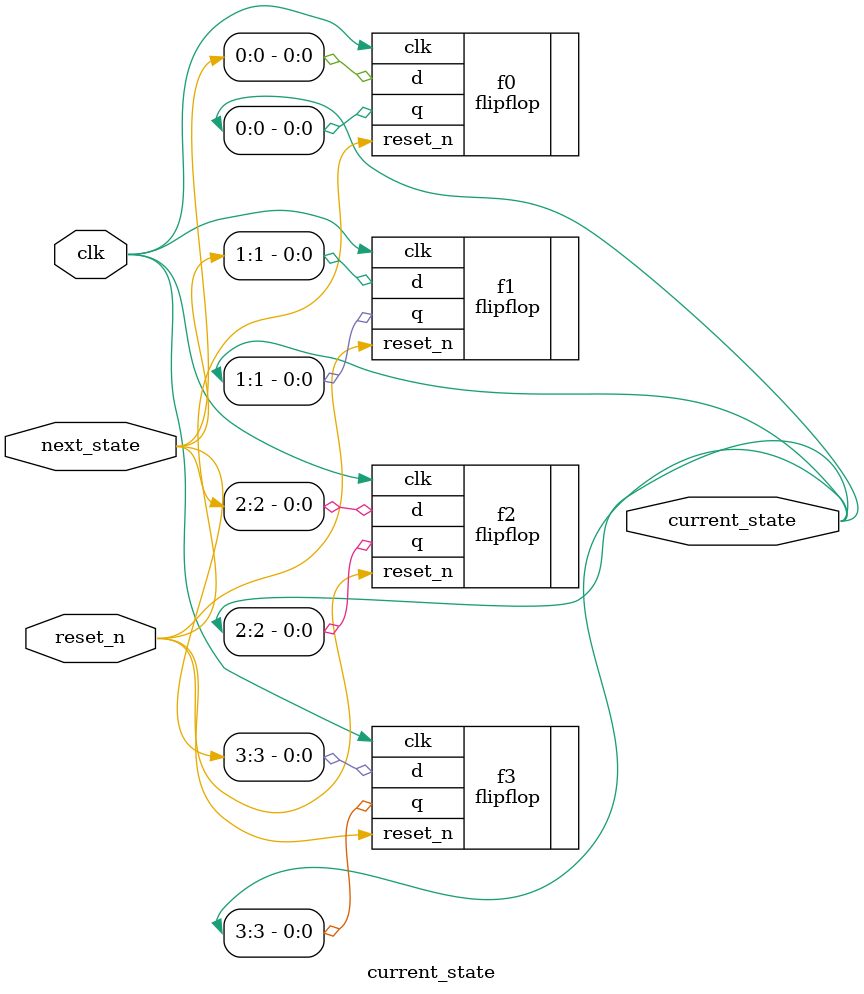
<source format=v>
`timescale 1ns / 1ps


module current_state(
    input wire clk,
    input wire reset_n,
    input wire [3:0] next_state,
    output wire [3:0] current_state
    );
    
    flipflop f0(
    .clk(clk), 
    .reset_n(reset_n), 
    .d(next_state[0]),
    .q(current_state[0])
    );
    
    flipflop f1(
    .clk(clk), 
    .reset_n(reset_n), 
    .d(next_state[1]),
    .q(current_state[1])
    );
    
    flipflop f2(
    .clk(clk), 
    .reset_n(reset_n), 
    .d(next_state[2]),
    .q(current_state[2])
    );
    
    flipflop f3(
    .clk(clk), 
    .reset_n(reset_n), 
    .d(next_state[3]),
    .q(current_state[3])
    );
    
    
endmodule

</source>
